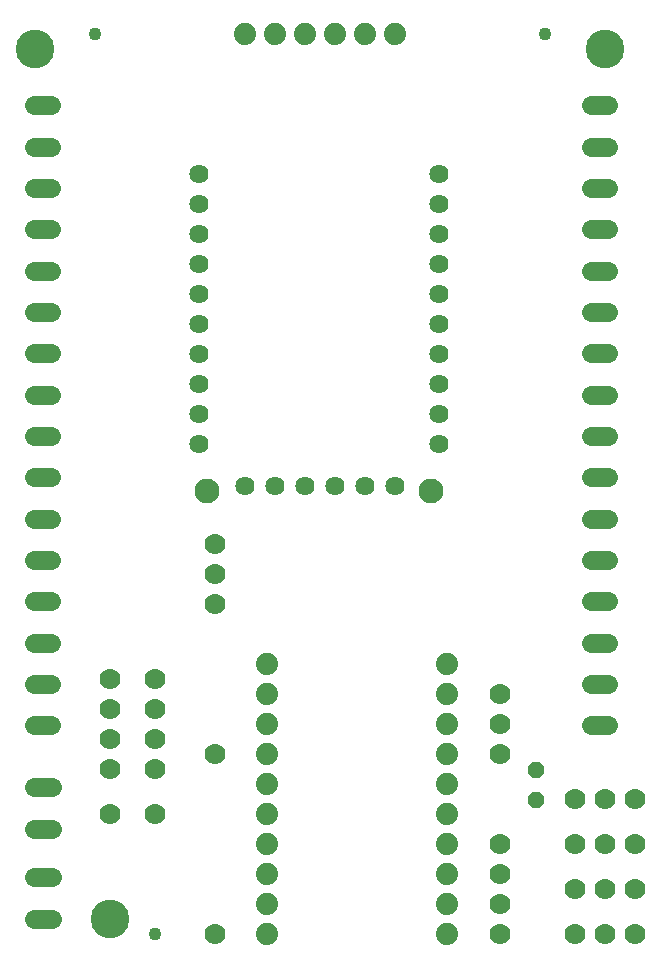
<source format=gbr>
G04 EAGLE Gerber RS-274X export*
G75*
%MOMM*%
%FSLAX34Y34*%
%LPD*%
%INSoldermask Top*%
%IPPOS*%
%AMOC8*
5,1,8,0,0,1.08239X$1,22.5*%
G01*
G04 Define Apertures*
%ADD10C,3.276600*%
%ADD11C,1.609600*%
%ADD12C,2.101600*%
%ADD13C,1.625600*%
%ADD14P,1.539592X8X112.500000*%
%ADD15C,1.778000*%
%ADD16C,1.879600*%
%ADD17C,1.101600*%
D10*
X520700Y863600D03*
X38100Y863600D03*
X101600Y127000D03*
D11*
X51990Y127280D02*
X36910Y127280D01*
X36910Y162280D02*
X51990Y162280D01*
X51990Y203480D02*
X36910Y203480D01*
X36910Y238480D02*
X51990Y238480D01*
D12*
X373692Y488850D03*
X183692Y488850D03*
D13*
X215892Y493250D03*
X241292Y493250D03*
X266692Y493250D03*
X292092Y493250D03*
X317492Y493250D03*
X342892Y493250D03*
X176522Y579610D03*
X176522Y605010D03*
X176522Y630410D03*
X176522Y655810D03*
X176522Y681210D03*
X176522Y706610D03*
X176522Y732010D03*
X176522Y757410D03*
X176522Y554210D03*
X176522Y528810D03*
X379722Y757410D03*
X379722Y732010D03*
X379722Y706610D03*
X379722Y681210D03*
X379722Y655810D03*
X379722Y630410D03*
X379722Y605010D03*
X379722Y579610D03*
X379722Y554210D03*
X379722Y528810D03*
D11*
X51940Y290700D02*
X36860Y290700D01*
X36860Y325700D02*
X51940Y325700D01*
X51940Y360700D02*
X36860Y360700D01*
X36860Y395700D02*
X51940Y395700D01*
X51940Y430700D02*
X36860Y430700D01*
X36860Y465700D02*
X51940Y465700D01*
X51940Y500700D02*
X36860Y500700D01*
X36860Y535700D02*
X51940Y535700D01*
X51940Y570700D02*
X36860Y570700D01*
X36860Y605700D02*
X51940Y605700D01*
X51940Y640700D02*
X36860Y640700D01*
X36860Y675700D02*
X51940Y675700D01*
X51940Y710700D02*
X36860Y710700D01*
X36860Y745700D02*
X51940Y745700D01*
X51940Y780700D02*
X36860Y780700D01*
X36860Y815700D02*
X51940Y815700D01*
X508460Y815700D02*
X523540Y815700D01*
X523540Y780700D02*
X508460Y780700D01*
X508460Y745700D02*
X523540Y745700D01*
X523540Y710700D02*
X508460Y710700D01*
X508460Y675700D02*
X523540Y675700D01*
X523540Y640700D02*
X508460Y640700D01*
X508460Y605700D02*
X523540Y605700D01*
X523540Y570700D02*
X508460Y570700D01*
X508460Y535700D02*
X523540Y535700D01*
X523540Y500700D02*
X508460Y500700D01*
X508460Y465700D02*
X523540Y465700D01*
X523540Y430700D02*
X508460Y430700D01*
X508460Y395700D02*
X523540Y395700D01*
X523540Y360700D02*
X508460Y360700D01*
X508460Y325700D02*
X523540Y325700D01*
X523540Y290700D02*
X508460Y290700D01*
D14*
X462280Y227584D03*
X462280Y252984D03*
D15*
X495300Y228600D03*
X520700Y228600D03*
X546100Y228600D03*
X495300Y190500D03*
X520700Y190500D03*
X546100Y190500D03*
X495300Y152400D03*
X520700Y152400D03*
X546100Y152400D03*
X495300Y114300D03*
X520700Y114300D03*
X546100Y114300D03*
X190500Y393700D03*
X190500Y419100D03*
X190500Y444500D03*
D16*
X215900Y876300D03*
X241300Y876300D03*
X266700Y876300D03*
X292100Y876300D03*
X317500Y876300D03*
X342900Y876300D03*
D15*
X101600Y254000D03*
X101600Y279400D03*
X101600Y304800D03*
X101600Y330200D03*
X139700Y254000D03*
X139700Y279400D03*
X139700Y304800D03*
X139700Y330200D03*
D16*
X234442Y342900D03*
X234442Y317500D03*
X234442Y292100D03*
X234442Y266700D03*
X234442Y241300D03*
X234442Y215900D03*
X234442Y190500D03*
X234442Y165100D03*
X234442Y139700D03*
X234442Y114300D03*
X386842Y114300D03*
X386842Y139700D03*
X386842Y165100D03*
X386842Y190500D03*
X386842Y215900D03*
X386842Y241300D03*
X386842Y266700D03*
X386842Y292100D03*
X386842Y317500D03*
X386842Y342900D03*
D15*
X190500Y266700D03*
X190500Y114300D03*
X431800Y165100D03*
X431800Y190500D03*
X431800Y317500D03*
X431800Y139700D03*
X431800Y114300D03*
X139700Y215900D03*
X101600Y215900D03*
X431800Y266700D03*
X431800Y292100D03*
D17*
X139700Y114300D03*
X88900Y876300D03*
X469900Y876300D03*
M02*

</source>
